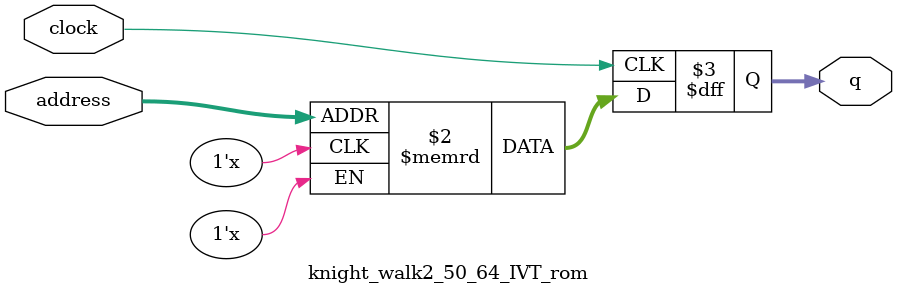
<source format=sv>
module knight_walk2_50_64_IVT_rom (
	input logic clock,
	input logic [11:0] address,
	output logic [2:0] q
);

logic [2:0] memory [0:3199] /* synthesis ram_init_file = "./knight_walk2_50_64_IVT/knight_walk2_50_64_IVT.mif" */;

always_ff @ (posedge clock) begin
	q <= memory[address];
end

endmodule

</source>
